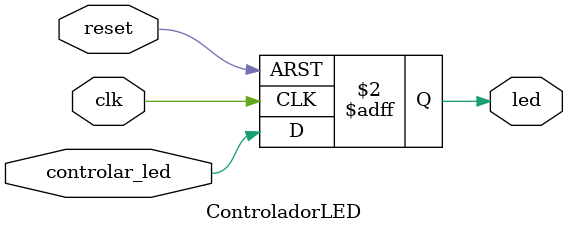
<source format=v>
module ControladorLED (
    input clk,
    input reset,
    input controlar_led,
    output reg led
);

    always @(posedge clk or posedge reset) begin
        if (reset) begin
            led <= 0;
        end else begin
            led <= controlar_led;
        end
    end

endmodule
</source>
